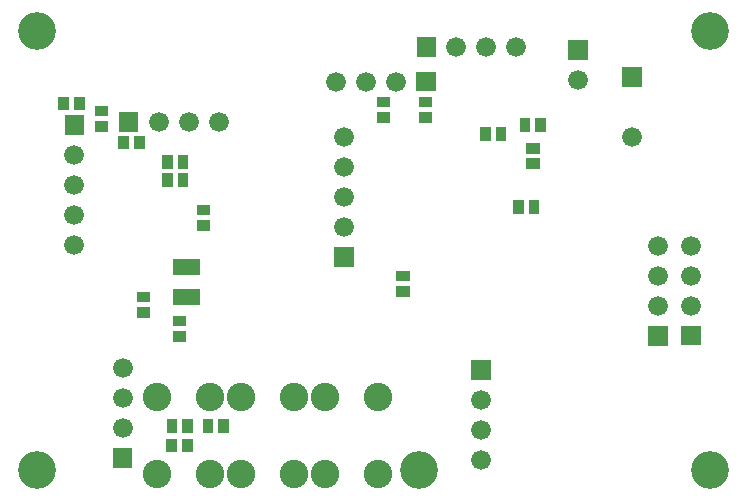
<source format=gbr>
G04 start of page 5 for group -4062 idx -4062 *
G04 Title: (unknown), soldermask *
G04 Creator: pcb 20091103 *
G04 CreationDate: Fri 29 Oct 2010 14:31:42 GMT UTC *
G04 For: thomas *
G04 Format: Gerber/RS-274X *
G04 PCB-Dimensions: 600000 500000 *
G04 PCB-Coordinate-Origin: lower left *
%MOIN*%
%FSLAX25Y25*%
%LNBACKMASK*%
%ADD15C,0.0200*%
%ADD35C,0.1260*%
%ADD36C,0.0660*%
%ADD37C,0.0950*%
%ADD38R,0.0355X0.0355*%
%ADD41R,0.0550X0.0550*%
G54D35*X74394Y246276D03*
G54D15*G36*
X101700Y219300D02*Y212700D01*
X108300D01*
Y219300D01*
X101700D01*
G37*
G54D36*X115000Y216000D03*
X125000D03*
X135000D03*
G54D15*G36*
X83692Y218080D02*Y211480D01*
X90292D01*
Y218080D01*
X83692D01*
G37*
G54D36*X86992Y204780D03*
Y194780D03*
Y184780D03*
Y174780D03*
G54D35*X298803Y99819D03*
Y246276D03*
G54D15*G36*
X289204Y148002D02*Y141402D01*
X295804D01*
Y148002D01*
X289204D01*
G37*
G54D36*X292504Y154702D03*
Y164702D03*
Y174702D03*
X214315Y240764D03*
X224315D03*
G54D15*G36*
X219125Y136505D02*Y129905D01*
X225725D01*
Y136505D01*
X219125D01*
G37*
G54D36*X222425Y123205D03*
Y113205D03*
Y103205D03*
X234315Y240764D03*
G54D15*G36*
X269519Y234254D02*Y227654D01*
X276119D01*
Y234254D01*
X269519D01*
G37*
G54D36*X272819Y210954D03*
G54D15*G36*
X251409Y243041D02*Y236441D01*
X258009D01*
Y243041D01*
X251409D01*
G37*
G54D36*X254709Y229741D03*
G54D15*G36*
X278180Y147923D02*Y141323D01*
X284780D01*
Y147923D01*
X278180D01*
G37*
G54D36*X281480Y154623D03*
Y164623D03*
Y174623D03*
G54D37*X114551Y98638D03*
Y124228D03*
X132267D03*
Y98638D03*
X142504D03*
Y124228D03*
G54D15*G36*
X99700Y107300D02*Y100700D01*
X106300D01*
Y107300D01*
X99700D01*
G37*
G54D36*X103000Y114000D03*
Y124000D03*
Y134000D03*
G54D35*X74394Y99819D03*
G54D15*G36*
X201015Y244064D02*Y237464D01*
X207615D01*
Y244064D01*
X201015D01*
G37*
G36*
X200762Y232663D02*Y226063D01*
X207362D01*
Y232663D01*
X200762D01*
G37*
G54D36*X194062Y229363D03*
X184062D03*
X174062D03*
X176756Y210922D03*
G54D15*G36*
X173456Y174222D02*Y167622D01*
X180056D01*
Y174222D01*
X173456D01*
G37*
G54D36*X176756Y180922D03*
Y190922D03*
Y200922D03*
G54D37*X170457Y98638D03*
Y124228D03*
X160220D03*
Y98638D03*
X188173Y124228D03*
Y98638D03*
G54D35*X201953Y99819D03*
G54D38*X203508Y222559D02*X204492D01*
X189508D02*X190492D01*
X195949Y164583D02*X196933D01*
X195949Y159465D02*X196933D01*
G54D41*X122425Y167535D02*X126025D01*
G54D38*X129508Y181441D02*X130492D01*
G54D41*X122425Y157535D02*X126025D01*
G54D38*X109508Y152441D02*X110492D01*
X121508Y149559D02*X122492D01*
X121508Y144441D02*X122492D01*
X109508Y157559D02*X110492D01*
X129508Y186559D02*X130492D01*
X123118Y197000D02*Y196016D01*
X118000Y197000D02*Y196016D01*
Y202984D02*Y202000D01*
X123118Y202984D02*Y202000D01*
X83441Y222492D02*Y221508D01*
X88559Y222492D02*Y221508D01*
X95508Y219559D02*X96492D01*
X95508Y214441D02*X96492D01*
X103441Y209492D02*Y208508D01*
X108559Y209492D02*Y208508D01*
X203508Y217441D02*X204492D01*
X189508D02*X190492D01*
X224000Y212417D02*Y211433D01*
X229118Y212417D02*Y211433D01*
X240142Y188008D02*Y187024D01*
X235024Y188008D02*Y187024D01*
X239255Y201984D02*X240239D01*
X239255Y207102D02*X240239D01*
X237189Y215272D02*Y214288D01*
X242307Y215272D02*Y214288D01*
X124559Y108492D02*Y107508D01*
X119441Y108492D02*Y107508D01*
X119536Y115052D02*Y114068D01*
X124654Y115052D02*Y114068D01*
X131536Y115052D02*Y114068D01*
X136654Y115052D02*Y114068D01*
M02*

</source>
